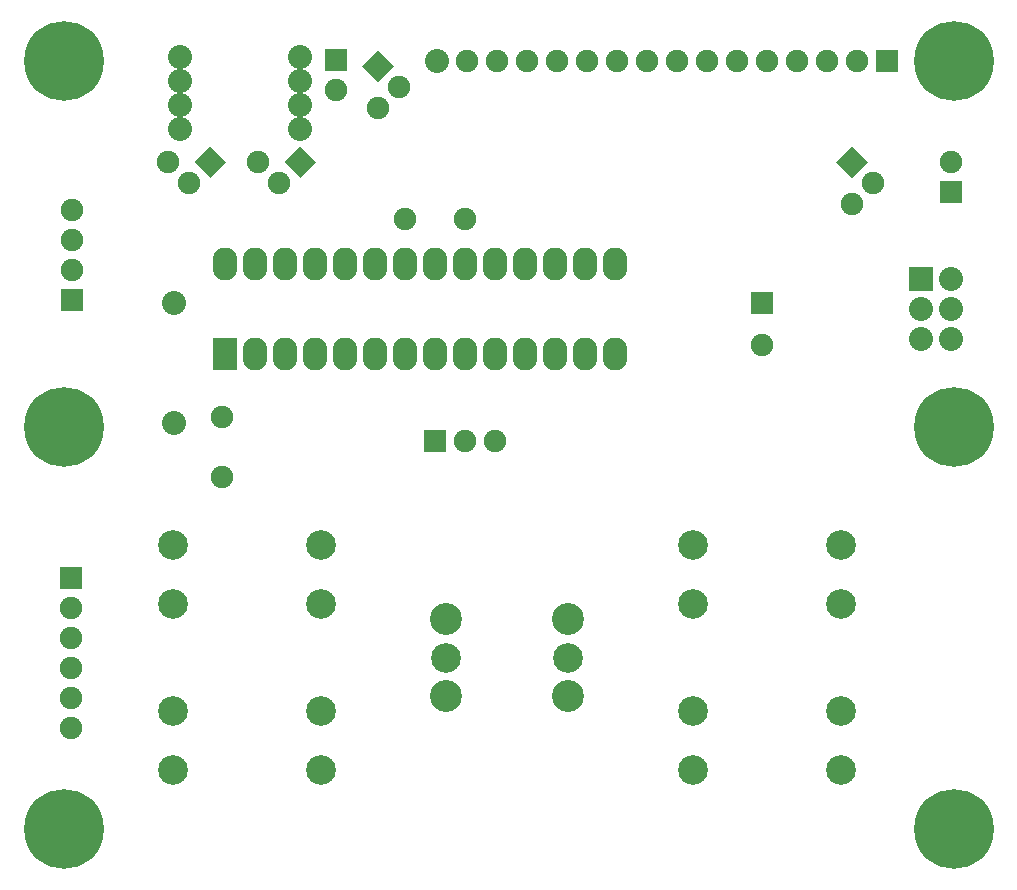
<source format=gts>
G04 (created by PCBNEW-RS274X (2012-apr-16-27)-stable) date Sun 24 Mar 2013 21:35:17 CET*
G01*
G70*
G90*
%MOIN*%
G04 Gerber Fmt 3.4, Leading zero omitted, Abs format*
%FSLAX34Y34*%
G04 APERTURE LIST*
%ADD10C,0.006000*%
%ADD11C,0.075000*%
%ADD12R,0.075000X0.075000*%
%ADD13C,0.080000*%
%ADD14O,0.082000X0.110000*%
%ADD15R,0.082000X0.110000*%
%ADD16C,0.098700*%
%ADD17C,0.266100*%
%ADD18C,0.106600*%
%ADD19R,0.080000X0.080000*%
G04 APERTURE END LIST*
G54D10*
G54D11*
X43000Y-21507D03*
X43707Y-20800D03*
G54D10*
G36*
X43000Y-19563D02*
X43530Y-20093D01*
X43000Y-20623D01*
X42470Y-20093D01*
X43000Y-19563D01*
X43000Y-19563D01*
G37*
G54D12*
X16950Y-33950D03*
G54D11*
X16950Y-34950D03*
X16950Y-35950D03*
X16950Y-36950D03*
X16950Y-37950D03*
X16950Y-38950D03*
G54D12*
X17000Y-24700D03*
G54D11*
X17000Y-23700D03*
X17000Y-22700D03*
X17000Y-21700D03*
G54D12*
X29100Y-29400D03*
G54D11*
X30100Y-29400D03*
X31100Y-29400D03*
G54D12*
X44150Y-16732D03*
G54D11*
X43150Y-16732D03*
X42150Y-16732D03*
X41150Y-16732D03*
X40150Y-16732D03*
X39150Y-16732D03*
X38150Y-16732D03*
X37150Y-16732D03*
X36150Y-16732D03*
X35150Y-16732D03*
X34150Y-16732D03*
X33150Y-16732D03*
X32150Y-16732D03*
X31150Y-16732D03*
X30150Y-16732D03*
G54D13*
X29150Y-16732D03*
G54D14*
X23100Y-26500D03*
X24100Y-26500D03*
X25100Y-26500D03*
X26100Y-26500D03*
X27100Y-26500D03*
X28100Y-26500D03*
X29100Y-26500D03*
X30100Y-26500D03*
X31100Y-26500D03*
X32100Y-26500D03*
X33100Y-26500D03*
X34100Y-26500D03*
X35100Y-26500D03*
G54D15*
X22100Y-26500D03*
G54D14*
X35100Y-23500D03*
X34100Y-23500D03*
X33100Y-23500D03*
X32100Y-23500D03*
X31100Y-23500D03*
X30100Y-23500D03*
X29100Y-23500D03*
X28100Y-23500D03*
X27100Y-23500D03*
X26100Y-23500D03*
X25100Y-23500D03*
X24100Y-23500D03*
X23100Y-23500D03*
X22100Y-23500D03*
G54D11*
X30100Y-22000D03*
X28100Y-22000D03*
G54D12*
X40000Y-24800D03*
G54D11*
X40000Y-26178D03*
X22000Y-28600D03*
X22000Y-30600D03*
G54D16*
X20374Y-34842D03*
X25296Y-34842D03*
X20374Y-32874D03*
X25296Y-32874D03*
X20374Y-40354D03*
X25296Y-40354D03*
X20374Y-38386D03*
X25296Y-38386D03*
X37696Y-40354D03*
X42618Y-40354D03*
X37696Y-38386D03*
X42618Y-38386D03*
X42618Y-32874D03*
X37696Y-32874D03*
X42618Y-34842D03*
X37696Y-34842D03*
G54D12*
X25800Y-16700D03*
G54D11*
X25800Y-17700D03*
G54D13*
X20600Y-18200D03*
X24600Y-18200D03*
X20400Y-24800D03*
X20400Y-28800D03*
G54D17*
X46378Y-42323D03*
X16732Y-42323D03*
X16732Y-28937D03*
X46378Y-28937D03*
X46378Y-16732D03*
X16732Y-16732D03*
G54D18*
X29468Y-37893D03*
G54D16*
X29468Y-36614D03*
G54D18*
X29468Y-35334D03*
X33524Y-37893D03*
G54D16*
X33524Y-36614D03*
G54D18*
X33524Y-35334D03*
G54D13*
X24600Y-19000D03*
X20600Y-19000D03*
X20600Y-17400D03*
X24600Y-17400D03*
X20600Y-16600D03*
X24600Y-16600D03*
G54D11*
X23193Y-20100D03*
X23900Y-20807D03*
G54D10*
G36*
X25137Y-20100D02*
X24607Y-20630D01*
X24077Y-20100D01*
X24607Y-19570D01*
X25137Y-20100D01*
X25137Y-20100D01*
G37*
G54D11*
X20193Y-20100D03*
X20900Y-20807D03*
G54D10*
G36*
X22137Y-20100D02*
X21607Y-20630D01*
X21077Y-20100D01*
X21607Y-19570D01*
X22137Y-20100D01*
X22137Y-20100D01*
G37*
G54D11*
X27200Y-18307D03*
X27907Y-17600D03*
G54D10*
G36*
X27200Y-16363D02*
X27730Y-16893D01*
X27200Y-17423D01*
X26670Y-16893D01*
X27200Y-16363D01*
X27200Y-16363D01*
G37*
G54D12*
X46300Y-21100D03*
G54D11*
X46300Y-20100D03*
G54D19*
X45300Y-24000D03*
G54D13*
X46300Y-24000D03*
X45300Y-25000D03*
X46300Y-25000D03*
X45300Y-26000D03*
X46300Y-26000D03*
M02*

</source>
